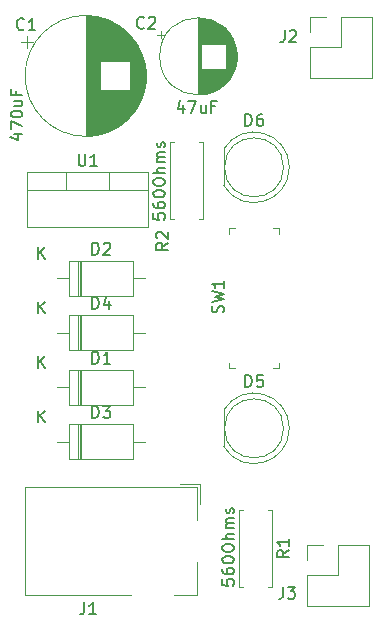
<source format=gto>
%TF.GenerationSoftware,KiCad,Pcbnew,(5.1.7)-1*%
%TF.CreationDate,2020-12-23T17:26:38-03:00*%
%TF.ProjectId,Breadboard Power Supply,42726561-6462-46f6-9172-6420506f7765,-*%
%TF.SameCoordinates,Original*%
%TF.FileFunction,Legend,Top*%
%TF.FilePolarity,Positive*%
%FSLAX46Y46*%
G04 Gerber Fmt 4.6, Leading zero omitted, Abs format (unit mm)*
G04 Created by KiCad (PCBNEW (5.1.7)-1) date 2020-12-23 17:26:38*
%MOMM*%
%LPD*%
G01*
G04 APERTURE LIST*
%ADD10C,0.150000*%
%ADD11C,0.120000*%
%ADD12C,0.100000*%
G04 APERTURE END LIST*
D10*
X128119333Y-71286714D02*
X128119333Y-71953380D01*
X127881238Y-70905761D02*
X127643142Y-71620047D01*
X128262190Y-71620047D01*
X128547904Y-70953380D02*
X129214571Y-70953380D01*
X128786000Y-71953380D01*
X130024095Y-71286714D02*
X130024095Y-71953380D01*
X129595523Y-71286714D02*
X129595523Y-71810523D01*
X129643142Y-71905761D01*
X129738380Y-71953380D01*
X129881238Y-71953380D01*
X129976476Y-71905761D01*
X130024095Y-71858142D01*
X130833619Y-71429571D02*
X130500285Y-71429571D01*
X130500285Y-71953380D02*
X130500285Y-70953380D01*
X130976476Y-70953380D01*
X131405380Y-111473904D02*
X131405380Y-111950095D01*
X131881571Y-111997714D01*
X131833952Y-111950095D01*
X131786333Y-111854857D01*
X131786333Y-111616761D01*
X131833952Y-111521523D01*
X131881571Y-111473904D01*
X131976809Y-111426285D01*
X132214904Y-111426285D01*
X132310142Y-111473904D01*
X132357761Y-111521523D01*
X132405380Y-111616761D01*
X132405380Y-111854857D01*
X132357761Y-111950095D01*
X132310142Y-111997714D01*
X131405380Y-110569142D02*
X131405380Y-110759619D01*
X131453000Y-110854857D01*
X131500619Y-110902476D01*
X131643476Y-110997714D01*
X131833952Y-111045333D01*
X132214904Y-111045333D01*
X132310142Y-110997714D01*
X132357761Y-110950095D01*
X132405380Y-110854857D01*
X132405380Y-110664380D01*
X132357761Y-110569142D01*
X132310142Y-110521523D01*
X132214904Y-110473904D01*
X131976809Y-110473904D01*
X131881571Y-110521523D01*
X131833952Y-110569142D01*
X131786333Y-110664380D01*
X131786333Y-110854857D01*
X131833952Y-110950095D01*
X131881571Y-110997714D01*
X131976809Y-111045333D01*
X131405380Y-109854857D02*
X131405380Y-109759619D01*
X131453000Y-109664380D01*
X131500619Y-109616761D01*
X131595857Y-109569142D01*
X131786333Y-109521523D01*
X132024428Y-109521523D01*
X132214904Y-109569142D01*
X132310142Y-109616761D01*
X132357761Y-109664380D01*
X132405380Y-109759619D01*
X132405380Y-109854857D01*
X132357761Y-109950095D01*
X132310142Y-109997714D01*
X132214904Y-110045333D01*
X132024428Y-110092952D01*
X131786333Y-110092952D01*
X131595857Y-110045333D01*
X131500619Y-109997714D01*
X131453000Y-109950095D01*
X131405380Y-109854857D01*
X131405380Y-108902476D02*
X131405380Y-108712000D01*
X131453000Y-108616761D01*
X131548238Y-108521523D01*
X131738714Y-108473904D01*
X132072047Y-108473904D01*
X132262523Y-108521523D01*
X132357761Y-108616761D01*
X132405380Y-108712000D01*
X132405380Y-108902476D01*
X132357761Y-108997714D01*
X132262523Y-109092952D01*
X132072047Y-109140571D01*
X131738714Y-109140571D01*
X131548238Y-109092952D01*
X131453000Y-108997714D01*
X131405380Y-108902476D01*
X132405380Y-108045333D02*
X131405380Y-108045333D01*
X132405380Y-107616761D02*
X131881571Y-107616761D01*
X131786333Y-107664380D01*
X131738714Y-107759619D01*
X131738714Y-107902476D01*
X131786333Y-107997714D01*
X131833952Y-108045333D01*
X132405380Y-107140571D02*
X131738714Y-107140571D01*
X131833952Y-107140571D02*
X131786333Y-107092952D01*
X131738714Y-106997714D01*
X131738714Y-106854857D01*
X131786333Y-106759619D01*
X131881571Y-106712000D01*
X132405380Y-106712000D01*
X131881571Y-106712000D02*
X131786333Y-106664380D01*
X131738714Y-106569142D01*
X131738714Y-106426285D01*
X131786333Y-106331047D01*
X131881571Y-106283428D01*
X132405380Y-106283428D01*
X132357761Y-105854857D02*
X132405380Y-105759619D01*
X132405380Y-105569142D01*
X132357761Y-105473904D01*
X132262523Y-105426285D01*
X132214904Y-105426285D01*
X132119666Y-105473904D01*
X132072047Y-105569142D01*
X132072047Y-105712000D01*
X132024428Y-105807238D01*
X131929190Y-105854857D01*
X131881571Y-105854857D01*
X131786333Y-105807238D01*
X131738714Y-105712000D01*
X131738714Y-105569142D01*
X131786333Y-105473904D01*
X125563380Y-80485904D02*
X125563380Y-80962095D01*
X126039571Y-81009714D01*
X125991952Y-80962095D01*
X125944333Y-80866857D01*
X125944333Y-80628761D01*
X125991952Y-80533523D01*
X126039571Y-80485904D01*
X126134809Y-80438285D01*
X126372904Y-80438285D01*
X126468142Y-80485904D01*
X126515761Y-80533523D01*
X126563380Y-80628761D01*
X126563380Y-80866857D01*
X126515761Y-80962095D01*
X126468142Y-81009714D01*
X125563380Y-79581142D02*
X125563380Y-79771619D01*
X125611000Y-79866857D01*
X125658619Y-79914476D01*
X125801476Y-80009714D01*
X125991952Y-80057333D01*
X126372904Y-80057333D01*
X126468142Y-80009714D01*
X126515761Y-79962095D01*
X126563380Y-79866857D01*
X126563380Y-79676380D01*
X126515761Y-79581142D01*
X126468142Y-79533523D01*
X126372904Y-79485904D01*
X126134809Y-79485904D01*
X126039571Y-79533523D01*
X125991952Y-79581142D01*
X125944333Y-79676380D01*
X125944333Y-79866857D01*
X125991952Y-79962095D01*
X126039571Y-80009714D01*
X126134809Y-80057333D01*
X125563380Y-78866857D02*
X125563380Y-78771619D01*
X125611000Y-78676380D01*
X125658619Y-78628761D01*
X125753857Y-78581142D01*
X125944333Y-78533523D01*
X126182428Y-78533523D01*
X126372904Y-78581142D01*
X126468142Y-78628761D01*
X126515761Y-78676380D01*
X126563380Y-78771619D01*
X126563380Y-78866857D01*
X126515761Y-78962095D01*
X126468142Y-79009714D01*
X126372904Y-79057333D01*
X126182428Y-79104952D01*
X125944333Y-79104952D01*
X125753857Y-79057333D01*
X125658619Y-79009714D01*
X125611000Y-78962095D01*
X125563380Y-78866857D01*
X125563380Y-77914476D02*
X125563380Y-77724000D01*
X125611000Y-77628761D01*
X125706238Y-77533523D01*
X125896714Y-77485904D01*
X126230047Y-77485904D01*
X126420523Y-77533523D01*
X126515761Y-77628761D01*
X126563380Y-77724000D01*
X126563380Y-77914476D01*
X126515761Y-78009714D01*
X126420523Y-78104952D01*
X126230047Y-78152571D01*
X125896714Y-78152571D01*
X125706238Y-78104952D01*
X125611000Y-78009714D01*
X125563380Y-77914476D01*
X126563380Y-77057333D02*
X125563380Y-77057333D01*
X126563380Y-76628761D02*
X126039571Y-76628761D01*
X125944333Y-76676380D01*
X125896714Y-76771619D01*
X125896714Y-76914476D01*
X125944333Y-77009714D01*
X125991952Y-77057333D01*
X126563380Y-76152571D02*
X125896714Y-76152571D01*
X125991952Y-76152571D02*
X125944333Y-76104952D01*
X125896714Y-76009714D01*
X125896714Y-75866857D01*
X125944333Y-75771619D01*
X126039571Y-75724000D01*
X126563380Y-75724000D01*
X126039571Y-75724000D02*
X125944333Y-75676380D01*
X125896714Y-75581142D01*
X125896714Y-75438285D01*
X125944333Y-75343047D01*
X126039571Y-75295428D01*
X126563380Y-75295428D01*
X126515761Y-74866857D02*
X126563380Y-74771619D01*
X126563380Y-74581142D01*
X126515761Y-74485904D01*
X126420523Y-74438285D01*
X126372904Y-74438285D01*
X126277666Y-74485904D01*
X126230047Y-74581142D01*
X126230047Y-74724000D01*
X126182428Y-74819238D01*
X126087190Y-74866857D01*
X126039571Y-74866857D01*
X125944333Y-74819238D01*
X125896714Y-74724000D01*
X125896714Y-74581142D01*
X125944333Y-74485904D01*
X113831714Y-73778857D02*
X114498380Y-73778857D01*
X113450761Y-74016952D02*
X114165047Y-74255047D01*
X114165047Y-73636000D01*
X113498380Y-73350285D02*
X113498380Y-72683619D01*
X114498380Y-73112190D01*
X113498380Y-72112190D02*
X113498380Y-72016952D01*
X113546000Y-71921714D01*
X113593619Y-71874095D01*
X113688857Y-71826476D01*
X113879333Y-71778857D01*
X114117428Y-71778857D01*
X114307904Y-71826476D01*
X114403142Y-71874095D01*
X114450761Y-71921714D01*
X114498380Y-72016952D01*
X114498380Y-72112190D01*
X114450761Y-72207428D01*
X114403142Y-72255047D01*
X114307904Y-72302666D01*
X114117428Y-72350285D01*
X113879333Y-72350285D01*
X113688857Y-72302666D01*
X113593619Y-72255047D01*
X113546000Y-72207428D01*
X113498380Y-72112190D01*
X113831714Y-70921714D02*
X114498380Y-70921714D01*
X113831714Y-71350285D02*
X114355523Y-71350285D01*
X114450761Y-71302666D01*
X114498380Y-71207428D01*
X114498380Y-71064571D01*
X114450761Y-70969333D01*
X114403142Y-70921714D01*
X113974571Y-70112190D02*
X113974571Y-70445523D01*
X114498380Y-70445523D02*
X113498380Y-70445523D01*
X113498380Y-69969333D01*
D11*
%TO.C,C1*%
X114868354Y-65459000D02*
X114868354Y-66459000D01*
X114368354Y-65959000D02*
X115368354Y-65959000D01*
X124929000Y-68235000D02*
X124929000Y-69433000D01*
X124889000Y-67972000D02*
X124889000Y-69696000D01*
X124849000Y-67772000D02*
X124849000Y-69896000D01*
X124809000Y-67604000D02*
X124809000Y-70064000D01*
X124769000Y-67456000D02*
X124769000Y-70212000D01*
X124729000Y-67324000D02*
X124729000Y-70344000D01*
X124689000Y-67204000D02*
X124689000Y-70464000D01*
X124649000Y-67092000D02*
X124649000Y-70576000D01*
X124609000Y-66988000D02*
X124609000Y-70680000D01*
X124569000Y-66890000D02*
X124569000Y-70778000D01*
X124529000Y-66797000D02*
X124529000Y-70871000D01*
X124489000Y-66709000D02*
X124489000Y-70959000D01*
X124449000Y-66625000D02*
X124449000Y-71043000D01*
X124409000Y-66545000D02*
X124409000Y-71123000D01*
X124369000Y-66469000D02*
X124369000Y-71199000D01*
X124329000Y-66395000D02*
X124329000Y-71273000D01*
X124289000Y-66324000D02*
X124289000Y-71344000D01*
X124249000Y-66255000D02*
X124249000Y-71413000D01*
X124209000Y-66189000D02*
X124209000Y-71479000D01*
X124169000Y-66125000D02*
X124169000Y-71543000D01*
X124129000Y-66064000D02*
X124129000Y-71604000D01*
X124089000Y-66004000D02*
X124089000Y-71664000D01*
X124049000Y-65945000D02*
X124049000Y-71723000D01*
X124009000Y-65889000D02*
X124009000Y-71779000D01*
X123969000Y-65834000D02*
X123969000Y-71834000D01*
X123929000Y-65780000D02*
X123929000Y-71888000D01*
X123889000Y-65728000D02*
X123889000Y-71940000D01*
X123849000Y-65678000D02*
X123849000Y-71990000D01*
X123809000Y-65628000D02*
X123809000Y-72040000D01*
X123769000Y-65580000D02*
X123769000Y-72088000D01*
X123729000Y-65533000D02*
X123729000Y-72135000D01*
X123689000Y-65487000D02*
X123689000Y-72181000D01*
X123649000Y-65442000D02*
X123649000Y-72226000D01*
X123609000Y-65398000D02*
X123609000Y-72270000D01*
X123569000Y-70075000D02*
X123569000Y-72312000D01*
X123569000Y-65356000D02*
X123569000Y-67593000D01*
X123529000Y-70075000D02*
X123529000Y-72354000D01*
X123529000Y-65314000D02*
X123529000Y-67593000D01*
X123489000Y-70075000D02*
X123489000Y-72395000D01*
X123489000Y-65273000D02*
X123489000Y-67593000D01*
X123449000Y-70075000D02*
X123449000Y-72435000D01*
X123449000Y-65233000D02*
X123449000Y-67593000D01*
X123409000Y-70075000D02*
X123409000Y-72474000D01*
X123409000Y-65194000D02*
X123409000Y-67593000D01*
X123369000Y-70075000D02*
X123369000Y-72513000D01*
X123369000Y-65155000D02*
X123369000Y-67593000D01*
X123329000Y-70075000D02*
X123329000Y-72550000D01*
X123329000Y-65118000D02*
X123329000Y-67593000D01*
X123289000Y-70075000D02*
X123289000Y-72587000D01*
X123289000Y-65081000D02*
X123289000Y-67593000D01*
X123249000Y-70075000D02*
X123249000Y-72623000D01*
X123249000Y-65045000D02*
X123249000Y-67593000D01*
X123209000Y-70075000D02*
X123209000Y-72658000D01*
X123209000Y-65010000D02*
X123209000Y-67593000D01*
X123169000Y-70075000D02*
X123169000Y-72692000D01*
X123169000Y-64976000D02*
X123169000Y-67593000D01*
X123129000Y-70075000D02*
X123129000Y-72726000D01*
X123129000Y-64942000D02*
X123129000Y-67593000D01*
X123089000Y-70075000D02*
X123089000Y-72759000D01*
X123089000Y-64909000D02*
X123089000Y-67593000D01*
X123049000Y-70075000D02*
X123049000Y-72791000D01*
X123049000Y-64877000D02*
X123049000Y-67593000D01*
X123009000Y-70075000D02*
X123009000Y-72823000D01*
X123009000Y-64845000D02*
X123009000Y-67593000D01*
X122969000Y-70075000D02*
X122969000Y-72854000D01*
X122969000Y-64814000D02*
X122969000Y-67593000D01*
X122929000Y-70075000D02*
X122929000Y-72884000D01*
X122929000Y-64784000D02*
X122929000Y-67593000D01*
X122889000Y-70075000D02*
X122889000Y-72914000D01*
X122889000Y-64754000D02*
X122889000Y-67593000D01*
X122849000Y-70075000D02*
X122849000Y-72944000D01*
X122849000Y-64724000D02*
X122849000Y-67593000D01*
X122809000Y-70075000D02*
X122809000Y-72972000D01*
X122809000Y-64696000D02*
X122809000Y-67593000D01*
X122769000Y-70075000D02*
X122769000Y-73000000D01*
X122769000Y-64668000D02*
X122769000Y-67593000D01*
X122729000Y-70075000D02*
X122729000Y-73028000D01*
X122729000Y-64640000D02*
X122729000Y-67593000D01*
X122689000Y-70075000D02*
X122689000Y-73055000D01*
X122689000Y-64613000D02*
X122689000Y-67593000D01*
X122649000Y-70075000D02*
X122649000Y-73081000D01*
X122649000Y-64587000D02*
X122649000Y-67593000D01*
X122609000Y-70075000D02*
X122609000Y-73107000D01*
X122609000Y-64561000D02*
X122609000Y-67593000D01*
X122569000Y-70075000D02*
X122569000Y-73132000D01*
X122569000Y-64536000D02*
X122569000Y-67593000D01*
X122529000Y-70075000D02*
X122529000Y-73157000D01*
X122529000Y-64511000D02*
X122529000Y-67593000D01*
X122489000Y-70075000D02*
X122489000Y-73181000D01*
X122489000Y-64487000D02*
X122489000Y-67593000D01*
X122449000Y-70075000D02*
X122449000Y-73205000D01*
X122449000Y-64463000D02*
X122449000Y-67593000D01*
X122409000Y-70075000D02*
X122409000Y-73229000D01*
X122409000Y-64439000D02*
X122409000Y-67593000D01*
X122369000Y-70075000D02*
X122369000Y-73251000D01*
X122369000Y-64417000D02*
X122369000Y-67593000D01*
X122329000Y-70075000D02*
X122329000Y-73274000D01*
X122329000Y-64394000D02*
X122329000Y-67593000D01*
X122289000Y-70075000D02*
X122289000Y-73296000D01*
X122289000Y-64372000D02*
X122289000Y-67593000D01*
X122249000Y-70075000D02*
X122249000Y-73317000D01*
X122249000Y-64351000D02*
X122249000Y-67593000D01*
X122209000Y-70075000D02*
X122209000Y-73338000D01*
X122209000Y-64330000D02*
X122209000Y-67593000D01*
X122169000Y-70075000D02*
X122169000Y-73359000D01*
X122169000Y-64309000D02*
X122169000Y-67593000D01*
X122129000Y-70075000D02*
X122129000Y-73379000D01*
X122129000Y-64289000D02*
X122129000Y-67593000D01*
X122089000Y-70075000D02*
X122089000Y-73398000D01*
X122089000Y-64270000D02*
X122089000Y-67593000D01*
X122049000Y-70075000D02*
X122049000Y-73418000D01*
X122049000Y-64250000D02*
X122049000Y-67593000D01*
X122009000Y-70075000D02*
X122009000Y-73437000D01*
X122009000Y-64231000D02*
X122009000Y-67593000D01*
X121969000Y-70075000D02*
X121969000Y-73455000D01*
X121969000Y-64213000D02*
X121969000Y-67593000D01*
X121929000Y-70075000D02*
X121929000Y-73473000D01*
X121929000Y-64195000D02*
X121929000Y-67593000D01*
X121889000Y-70075000D02*
X121889000Y-73491000D01*
X121889000Y-64177000D02*
X121889000Y-67593000D01*
X121849000Y-70075000D02*
X121849000Y-73508000D01*
X121849000Y-64160000D02*
X121849000Y-67593000D01*
X121809000Y-70075000D02*
X121809000Y-73524000D01*
X121809000Y-64144000D02*
X121809000Y-67593000D01*
X121769000Y-70075000D02*
X121769000Y-73541000D01*
X121769000Y-64127000D02*
X121769000Y-67593000D01*
X121729000Y-70075000D02*
X121729000Y-73557000D01*
X121729000Y-64111000D02*
X121729000Y-67593000D01*
X121689000Y-70075000D02*
X121689000Y-73572000D01*
X121689000Y-64096000D02*
X121689000Y-67593000D01*
X121649000Y-70075000D02*
X121649000Y-73588000D01*
X121649000Y-64080000D02*
X121649000Y-67593000D01*
X121609000Y-70075000D02*
X121609000Y-73602000D01*
X121609000Y-64066000D02*
X121609000Y-67593000D01*
X121569000Y-70075000D02*
X121569000Y-73617000D01*
X121569000Y-64051000D02*
X121569000Y-67593000D01*
X121529000Y-70075000D02*
X121529000Y-73631000D01*
X121529000Y-64037000D02*
X121529000Y-67593000D01*
X121489000Y-70075000D02*
X121489000Y-73645000D01*
X121489000Y-64023000D02*
X121489000Y-67593000D01*
X121449000Y-70075000D02*
X121449000Y-73658000D01*
X121449000Y-64010000D02*
X121449000Y-67593000D01*
X121409000Y-70075000D02*
X121409000Y-73671000D01*
X121409000Y-63997000D02*
X121409000Y-67593000D01*
X121369000Y-70075000D02*
X121369000Y-73684000D01*
X121369000Y-63984000D02*
X121369000Y-67593000D01*
X121329000Y-70075000D02*
X121329000Y-73696000D01*
X121329000Y-63972000D02*
X121329000Y-67593000D01*
X121289000Y-70075000D02*
X121289000Y-73708000D01*
X121289000Y-63960000D02*
X121289000Y-67593000D01*
X121249000Y-70075000D02*
X121249000Y-73719000D01*
X121249000Y-63949000D02*
X121249000Y-67593000D01*
X121209000Y-70075000D02*
X121209000Y-73731000D01*
X121209000Y-63937000D02*
X121209000Y-67593000D01*
X121169000Y-70075000D02*
X121169000Y-73741000D01*
X121169000Y-63927000D02*
X121169000Y-67593000D01*
X121129000Y-70075000D02*
X121129000Y-73752000D01*
X121129000Y-63916000D02*
X121129000Y-67593000D01*
X121089000Y-63906000D02*
X121089000Y-73762000D01*
X121049000Y-63896000D02*
X121049000Y-73772000D01*
X121009000Y-63887000D02*
X121009000Y-73781000D01*
X120969000Y-63878000D02*
X120969000Y-73790000D01*
X120929000Y-63869000D02*
X120929000Y-73799000D01*
X120889000Y-63860000D02*
X120889000Y-73808000D01*
X120849000Y-63852000D02*
X120849000Y-73816000D01*
X120809000Y-63844000D02*
X120809000Y-73824000D01*
X120769000Y-63837000D02*
X120769000Y-73831000D01*
X120729000Y-63830000D02*
X120729000Y-73838000D01*
X120689000Y-63823000D02*
X120689000Y-73845000D01*
X120649000Y-63816000D02*
X120649000Y-73852000D01*
X120609000Y-63810000D02*
X120609000Y-73858000D01*
X120569000Y-63804000D02*
X120569000Y-73864000D01*
X120528000Y-63799000D02*
X120528000Y-73869000D01*
X120488000Y-63794000D02*
X120488000Y-73874000D01*
X120448000Y-63789000D02*
X120448000Y-73879000D01*
X120408000Y-63784000D02*
X120408000Y-73884000D01*
X120368000Y-63780000D02*
X120368000Y-73888000D01*
X120328000Y-63776000D02*
X120328000Y-73892000D01*
X120288000Y-63772000D02*
X120288000Y-73896000D01*
X120248000Y-63769000D02*
X120248000Y-73899000D01*
X120208000Y-63766000D02*
X120208000Y-73902000D01*
X120168000Y-63764000D02*
X120168000Y-73904000D01*
X120128000Y-63761000D02*
X120128000Y-73907000D01*
X120088000Y-63759000D02*
X120088000Y-73909000D01*
X120048000Y-63757000D02*
X120048000Y-73911000D01*
X120008000Y-63756000D02*
X120008000Y-73912000D01*
X119968000Y-63755000D02*
X119968000Y-73913000D01*
X119928000Y-63754000D02*
X119928000Y-73914000D01*
X119888000Y-63754000D02*
X119888000Y-73914000D01*
X119848000Y-63754000D02*
X119848000Y-73914000D01*
X124968000Y-68834000D02*
G75*
G03*
X124968000Y-68834000I-5120000J0D01*
G01*
%TO.C,C2*%
X126207759Y-65029000D02*
X126207759Y-65659000D01*
X125892759Y-65344000D02*
X126522759Y-65344000D01*
X132634000Y-66781000D02*
X132634000Y-67585000D01*
X132594000Y-66550000D02*
X132594000Y-67816000D01*
X132554000Y-66381000D02*
X132554000Y-67985000D01*
X132514000Y-66243000D02*
X132514000Y-68123000D01*
X132474000Y-66124000D02*
X132474000Y-68242000D01*
X132434000Y-66018000D02*
X132434000Y-68348000D01*
X132394000Y-65921000D02*
X132394000Y-68445000D01*
X132354000Y-65833000D02*
X132354000Y-68533000D01*
X132314000Y-65751000D02*
X132314000Y-68615000D01*
X132274000Y-65674000D02*
X132274000Y-68692000D01*
X132234000Y-65602000D02*
X132234000Y-68764000D01*
X132194000Y-65533000D02*
X132194000Y-68833000D01*
X132154000Y-65469000D02*
X132154000Y-68897000D01*
X132114000Y-65407000D02*
X132114000Y-68959000D01*
X132074000Y-65349000D02*
X132074000Y-69017000D01*
X132034000Y-65293000D02*
X132034000Y-69073000D01*
X131994000Y-65239000D02*
X131994000Y-69127000D01*
X131954000Y-65188000D02*
X131954000Y-69178000D01*
X131914000Y-65139000D02*
X131914000Y-69227000D01*
X131874000Y-65091000D02*
X131874000Y-69275000D01*
X131834000Y-65046000D02*
X131834000Y-69320000D01*
X131794000Y-65001000D02*
X131794000Y-69365000D01*
X131754000Y-64959000D02*
X131754000Y-69407000D01*
X131714000Y-64918000D02*
X131714000Y-69448000D01*
X131674000Y-68223000D02*
X131674000Y-69488000D01*
X131674000Y-64878000D02*
X131674000Y-66143000D01*
X131634000Y-68223000D02*
X131634000Y-69526000D01*
X131634000Y-64840000D02*
X131634000Y-66143000D01*
X131594000Y-68223000D02*
X131594000Y-69563000D01*
X131594000Y-64803000D02*
X131594000Y-66143000D01*
X131554000Y-68223000D02*
X131554000Y-69599000D01*
X131554000Y-64767000D02*
X131554000Y-66143000D01*
X131514000Y-68223000D02*
X131514000Y-69633000D01*
X131514000Y-64733000D02*
X131514000Y-66143000D01*
X131474000Y-68223000D02*
X131474000Y-69667000D01*
X131474000Y-64699000D02*
X131474000Y-66143000D01*
X131434000Y-68223000D02*
X131434000Y-69699000D01*
X131434000Y-64667000D02*
X131434000Y-66143000D01*
X131394000Y-68223000D02*
X131394000Y-69731000D01*
X131394000Y-64635000D02*
X131394000Y-66143000D01*
X131354000Y-68223000D02*
X131354000Y-69761000D01*
X131354000Y-64605000D02*
X131354000Y-66143000D01*
X131314000Y-68223000D02*
X131314000Y-69790000D01*
X131314000Y-64576000D02*
X131314000Y-66143000D01*
X131274000Y-68223000D02*
X131274000Y-69819000D01*
X131274000Y-64547000D02*
X131274000Y-66143000D01*
X131234000Y-68223000D02*
X131234000Y-69847000D01*
X131234000Y-64519000D02*
X131234000Y-66143000D01*
X131194000Y-68223000D02*
X131194000Y-69873000D01*
X131194000Y-64493000D02*
X131194000Y-66143000D01*
X131154000Y-68223000D02*
X131154000Y-69899000D01*
X131154000Y-64467000D02*
X131154000Y-66143000D01*
X131114000Y-68223000D02*
X131114000Y-69925000D01*
X131114000Y-64441000D02*
X131114000Y-66143000D01*
X131074000Y-68223000D02*
X131074000Y-69949000D01*
X131074000Y-64417000D02*
X131074000Y-66143000D01*
X131034000Y-68223000D02*
X131034000Y-69973000D01*
X131034000Y-64393000D02*
X131034000Y-66143000D01*
X130994000Y-68223000D02*
X130994000Y-69995000D01*
X130994000Y-64371000D02*
X130994000Y-66143000D01*
X130954000Y-68223000D02*
X130954000Y-70017000D01*
X130954000Y-64349000D02*
X130954000Y-66143000D01*
X130914000Y-68223000D02*
X130914000Y-70039000D01*
X130914000Y-64327000D02*
X130914000Y-66143000D01*
X130874000Y-68223000D02*
X130874000Y-70059000D01*
X130874000Y-64307000D02*
X130874000Y-66143000D01*
X130834000Y-68223000D02*
X130834000Y-70079000D01*
X130834000Y-64287000D02*
X130834000Y-66143000D01*
X130794000Y-68223000D02*
X130794000Y-70099000D01*
X130794000Y-64267000D02*
X130794000Y-66143000D01*
X130754000Y-68223000D02*
X130754000Y-70117000D01*
X130754000Y-64249000D02*
X130754000Y-66143000D01*
X130714000Y-68223000D02*
X130714000Y-70135000D01*
X130714000Y-64231000D02*
X130714000Y-66143000D01*
X130674000Y-68223000D02*
X130674000Y-70153000D01*
X130674000Y-64213000D02*
X130674000Y-66143000D01*
X130634000Y-68223000D02*
X130634000Y-70169000D01*
X130634000Y-64197000D02*
X130634000Y-66143000D01*
X130594000Y-68223000D02*
X130594000Y-70185000D01*
X130594000Y-64181000D02*
X130594000Y-66143000D01*
X130554000Y-68223000D02*
X130554000Y-70201000D01*
X130554000Y-64165000D02*
X130554000Y-66143000D01*
X130514000Y-68223000D02*
X130514000Y-70216000D01*
X130514000Y-64150000D02*
X130514000Y-66143000D01*
X130474000Y-68223000D02*
X130474000Y-70230000D01*
X130474000Y-64136000D02*
X130474000Y-66143000D01*
X130434000Y-68223000D02*
X130434000Y-70244000D01*
X130434000Y-64122000D02*
X130434000Y-66143000D01*
X130394000Y-68223000D02*
X130394000Y-70257000D01*
X130394000Y-64109000D02*
X130394000Y-66143000D01*
X130354000Y-68223000D02*
X130354000Y-70269000D01*
X130354000Y-64097000D02*
X130354000Y-66143000D01*
X130314000Y-68223000D02*
X130314000Y-70281000D01*
X130314000Y-64085000D02*
X130314000Y-66143000D01*
X130274000Y-68223000D02*
X130274000Y-70293000D01*
X130274000Y-64073000D02*
X130274000Y-66143000D01*
X130234000Y-68223000D02*
X130234000Y-70304000D01*
X130234000Y-64062000D02*
X130234000Y-66143000D01*
X130194000Y-68223000D02*
X130194000Y-70314000D01*
X130194000Y-64052000D02*
X130194000Y-66143000D01*
X130154000Y-68223000D02*
X130154000Y-70324000D01*
X130154000Y-64042000D02*
X130154000Y-66143000D01*
X130114000Y-68223000D02*
X130114000Y-70333000D01*
X130114000Y-64033000D02*
X130114000Y-66143000D01*
X130073000Y-68223000D02*
X130073000Y-70342000D01*
X130073000Y-64024000D02*
X130073000Y-66143000D01*
X130033000Y-68223000D02*
X130033000Y-70350000D01*
X130033000Y-64016000D02*
X130033000Y-66143000D01*
X129993000Y-68223000D02*
X129993000Y-70358000D01*
X129993000Y-64008000D02*
X129993000Y-66143000D01*
X129953000Y-68223000D02*
X129953000Y-70365000D01*
X129953000Y-64001000D02*
X129953000Y-66143000D01*
X129913000Y-68223000D02*
X129913000Y-70372000D01*
X129913000Y-63994000D02*
X129913000Y-66143000D01*
X129873000Y-68223000D02*
X129873000Y-70378000D01*
X129873000Y-63988000D02*
X129873000Y-66143000D01*
X129833000Y-68223000D02*
X129833000Y-70384000D01*
X129833000Y-63982000D02*
X129833000Y-66143000D01*
X129793000Y-68223000D02*
X129793000Y-70389000D01*
X129793000Y-63977000D02*
X129793000Y-66143000D01*
X129753000Y-68223000D02*
X129753000Y-70394000D01*
X129753000Y-63972000D02*
X129753000Y-66143000D01*
X129713000Y-68223000D02*
X129713000Y-70398000D01*
X129713000Y-63968000D02*
X129713000Y-66143000D01*
X129673000Y-68223000D02*
X129673000Y-70401000D01*
X129673000Y-63965000D02*
X129673000Y-66143000D01*
X129633000Y-68223000D02*
X129633000Y-70405000D01*
X129633000Y-63961000D02*
X129633000Y-66143000D01*
X129593000Y-63959000D02*
X129593000Y-70407000D01*
X129553000Y-63956000D02*
X129553000Y-70410000D01*
X129513000Y-63955000D02*
X129513000Y-70411000D01*
X129473000Y-63953000D02*
X129473000Y-70413000D01*
X129433000Y-63953000D02*
X129433000Y-70413000D01*
X129393000Y-63953000D02*
X129393000Y-70413000D01*
X132663000Y-67183000D02*
G75*
G03*
X132663000Y-67183000I-3270000J0D01*
G01*
%TO.C,D1*%
X118438000Y-93737666D02*
X118438000Y-96677666D01*
X118438000Y-96677666D02*
X123878000Y-96677666D01*
X123878000Y-96677666D02*
X123878000Y-93737666D01*
X123878000Y-93737666D02*
X118438000Y-93737666D01*
X117418000Y-95207666D02*
X118438000Y-95207666D01*
X124898000Y-95207666D02*
X123878000Y-95207666D01*
X119338000Y-93737666D02*
X119338000Y-96677666D01*
X119458000Y-93737666D02*
X119458000Y-96677666D01*
X119218000Y-93737666D02*
X119218000Y-96677666D01*
%TO.C,D2*%
X118438000Y-84509000D02*
X118438000Y-87449000D01*
X118438000Y-87449000D02*
X123878000Y-87449000D01*
X123878000Y-87449000D02*
X123878000Y-84509000D01*
X123878000Y-84509000D02*
X118438000Y-84509000D01*
X117418000Y-85979000D02*
X118438000Y-85979000D01*
X124898000Y-85979000D02*
X123878000Y-85979000D01*
X119338000Y-84509000D02*
X119338000Y-87449000D01*
X119458000Y-84509000D02*
X119458000Y-87449000D01*
X119218000Y-84509000D02*
X119218000Y-87449000D01*
%TO.C,D3*%
X119218000Y-98352000D02*
X119218000Y-101292000D01*
X119458000Y-98352000D02*
X119458000Y-101292000D01*
X119338000Y-98352000D02*
X119338000Y-101292000D01*
X124898000Y-99822000D02*
X123878000Y-99822000D01*
X117418000Y-99822000D02*
X118438000Y-99822000D01*
X123878000Y-98352000D02*
X118438000Y-98352000D01*
X123878000Y-101292000D02*
X123878000Y-98352000D01*
X118438000Y-101292000D02*
X123878000Y-101292000D01*
X118438000Y-98352000D02*
X118438000Y-101292000D01*
%TO.C,D4*%
X119218000Y-89123333D02*
X119218000Y-92063333D01*
X119458000Y-89123333D02*
X119458000Y-92063333D01*
X119338000Y-89123333D02*
X119338000Y-92063333D01*
X124898000Y-90593333D02*
X123878000Y-90593333D01*
X117418000Y-90593333D02*
X118438000Y-90593333D01*
X123878000Y-89123333D02*
X118438000Y-89123333D01*
X123878000Y-92063333D02*
X123878000Y-89123333D01*
X118438000Y-92063333D02*
X123878000Y-92063333D01*
X118438000Y-89123333D02*
X118438000Y-92063333D01*
%TO.C,D5*%
X131552000Y-97134000D02*
X131552000Y-100224000D01*
X136612000Y-98679000D02*
G75*
G03*
X136612000Y-98679000I-2500000J0D01*
G01*
X137102000Y-98679462D02*
G75*
G03*
X131552000Y-97134170I-2990000J462D01*
G01*
X137102000Y-98678538D02*
G75*
G02*
X131552000Y-100223830I-2990000J-462D01*
G01*
%TO.C,D6*%
X137102000Y-76580538D02*
G75*
G02*
X131552000Y-78125830I-2990000J-462D01*
G01*
X137102000Y-76581462D02*
G75*
G03*
X131552000Y-75036170I-2990000J462D01*
G01*
X136612000Y-76581000D02*
G75*
G03*
X136612000Y-76581000I-2500000J0D01*
G01*
X131552000Y-75036000D02*
X131552000Y-78126000D01*
%TO.C,J1*%
X129564000Y-103364000D02*
X129564000Y-105104000D01*
X127824000Y-103364000D02*
X129564000Y-103364000D01*
X129324000Y-112804000D02*
X127324000Y-112804000D01*
X129324000Y-110004000D02*
X129324000Y-112804000D01*
X129324000Y-103604000D02*
X129324000Y-106404000D01*
X114724000Y-103604000D02*
X129324000Y-103604000D01*
X114724000Y-112804000D02*
X114724000Y-103604000D01*
X123724000Y-112804000D02*
X114724000Y-112804000D01*
%TO.C,J2*%
X138878000Y-63821000D02*
X140208000Y-63821000D01*
X138878000Y-65151000D02*
X138878000Y-63821000D01*
X141478000Y-63821000D02*
X144078000Y-63821000D01*
X141478000Y-66421000D02*
X141478000Y-63821000D01*
X138878000Y-66421000D02*
X141478000Y-66421000D01*
X144078000Y-63821000D02*
X144078000Y-69021000D01*
X138878000Y-66421000D02*
X138878000Y-69021000D01*
X138878000Y-69021000D02*
X144078000Y-69021000D01*
%TO.C,J3*%
X138624000Y-113725000D02*
X143824000Y-113725000D01*
X138624000Y-111125000D02*
X138624000Y-113725000D01*
X143824000Y-108525000D02*
X143824000Y-113725000D01*
X138624000Y-111125000D02*
X141224000Y-111125000D01*
X141224000Y-111125000D02*
X141224000Y-108525000D01*
X141224000Y-108525000D02*
X143824000Y-108525000D01*
X138624000Y-109855000D02*
X138624000Y-108525000D01*
X138624000Y-108525000D02*
X139954000Y-108525000D01*
%TO.C,R1*%
X132869000Y-112109000D02*
X133199000Y-112109000D01*
X132869000Y-105569000D02*
X132869000Y-112109000D01*
X133199000Y-105569000D02*
X132869000Y-105569000D01*
X135609000Y-112109000D02*
X135279000Y-112109000D01*
X135609000Y-105569000D02*
X135609000Y-112109000D01*
X135279000Y-105569000D02*
X135609000Y-105569000D01*
%TO.C,R2*%
X127357000Y-80994000D02*
X127027000Y-80994000D01*
X127027000Y-80994000D02*
X127027000Y-74454000D01*
X127027000Y-74454000D02*
X127357000Y-74454000D01*
X129437000Y-80994000D02*
X129767000Y-80994000D01*
X129767000Y-80994000D02*
X129767000Y-74454000D01*
X129767000Y-74454000D02*
X129437000Y-74454000D01*
D12*
%TO.C,SW1*%
X132012000Y-81710000D02*
X132012000Y-82210000D01*
X132012000Y-81710000D02*
X132512000Y-81710000D01*
X132012000Y-93610000D02*
X132512000Y-93610000D01*
X132012000Y-93610000D02*
X132012000Y-93110000D01*
X136212000Y-93610000D02*
X135712000Y-93610000D01*
X136212000Y-93610000D02*
X136212000Y-93110000D01*
X136212000Y-81710000D02*
X135712000Y-81710000D01*
X136212000Y-81710000D02*
X136212000Y-82210000D01*
D11*
%TO.C,U1*%
X121866000Y-76994000D02*
X121866000Y-78504000D01*
X118165000Y-76994000D02*
X118165000Y-78504000D01*
X114895000Y-78504000D02*
X125135000Y-78504000D01*
X125135000Y-76994000D02*
X125135000Y-81635000D01*
X114895000Y-76994000D02*
X114895000Y-81635000D01*
X114895000Y-81635000D02*
X125135000Y-81635000D01*
X114895000Y-76994000D02*
X125135000Y-76994000D01*
%TO.C,C1*%
D10*
X114641333Y-64873142D02*
X114593714Y-64920761D01*
X114450857Y-64968380D01*
X114355619Y-64968380D01*
X114212761Y-64920761D01*
X114117523Y-64825523D01*
X114069904Y-64730285D01*
X114022285Y-64539809D01*
X114022285Y-64396952D01*
X114069904Y-64206476D01*
X114117523Y-64111238D01*
X114212761Y-64016000D01*
X114355619Y-63968380D01*
X114450857Y-63968380D01*
X114593714Y-64016000D01*
X114641333Y-64063619D01*
X115593714Y-64968380D02*
X115022285Y-64968380D01*
X115308000Y-64968380D02*
X115308000Y-63968380D01*
X115212761Y-64111238D01*
X115117523Y-64206476D01*
X115022285Y-64254095D01*
%TO.C,C2*%
X124801333Y-64746142D02*
X124753714Y-64793761D01*
X124610857Y-64841380D01*
X124515619Y-64841380D01*
X124372761Y-64793761D01*
X124277523Y-64698523D01*
X124229904Y-64603285D01*
X124182285Y-64412809D01*
X124182285Y-64269952D01*
X124229904Y-64079476D01*
X124277523Y-63984238D01*
X124372761Y-63889000D01*
X124515619Y-63841380D01*
X124610857Y-63841380D01*
X124753714Y-63889000D01*
X124801333Y-63936619D01*
X125182285Y-63936619D02*
X125229904Y-63889000D01*
X125325142Y-63841380D01*
X125563238Y-63841380D01*
X125658476Y-63889000D01*
X125706095Y-63936619D01*
X125753714Y-64031857D01*
X125753714Y-64127095D01*
X125706095Y-64269952D01*
X125134666Y-64841380D01*
X125753714Y-64841380D01*
%TO.C,D1*%
X120419904Y-93190046D02*
X120419904Y-92190046D01*
X120658000Y-92190046D01*
X120800857Y-92237666D01*
X120896095Y-92332904D01*
X120943714Y-92428142D01*
X120991333Y-92618618D01*
X120991333Y-92761475D01*
X120943714Y-92951951D01*
X120896095Y-93047189D01*
X120800857Y-93142427D01*
X120658000Y-93190046D01*
X120419904Y-93190046D01*
X121943714Y-93190046D02*
X121372285Y-93190046D01*
X121658000Y-93190046D02*
X121658000Y-92190046D01*
X121562761Y-92332904D01*
X121467523Y-92428142D01*
X121372285Y-92475761D01*
X115816095Y-93560046D02*
X115816095Y-92560046D01*
X116387523Y-93560046D02*
X115958952Y-92988618D01*
X116387523Y-92560046D02*
X115816095Y-93131475D01*
%TO.C,D2*%
X120419904Y-83961380D02*
X120419904Y-82961380D01*
X120658000Y-82961380D01*
X120800857Y-83009000D01*
X120896095Y-83104238D01*
X120943714Y-83199476D01*
X120991333Y-83389952D01*
X120991333Y-83532809D01*
X120943714Y-83723285D01*
X120896095Y-83818523D01*
X120800857Y-83913761D01*
X120658000Y-83961380D01*
X120419904Y-83961380D01*
X121372285Y-83056619D02*
X121419904Y-83009000D01*
X121515142Y-82961380D01*
X121753238Y-82961380D01*
X121848476Y-83009000D01*
X121896095Y-83056619D01*
X121943714Y-83151857D01*
X121943714Y-83247095D01*
X121896095Y-83389952D01*
X121324666Y-83961380D01*
X121943714Y-83961380D01*
X115816095Y-84331380D02*
X115816095Y-83331380D01*
X116387523Y-84331380D02*
X115958952Y-83759952D01*
X116387523Y-83331380D02*
X115816095Y-83902809D01*
%TO.C,D3*%
X120419904Y-97804380D02*
X120419904Y-96804380D01*
X120658000Y-96804380D01*
X120800857Y-96852000D01*
X120896095Y-96947238D01*
X120943714Y-97042476D01*
X120991333Y-97232952D01*
X120991333Y-97375809D01*
X120943714Y-97566285D01*
X120896095Y-97661523D01*
X120800857Y-97756761D01*
X120658000Y-97804380D01*
X120419904Y-97804380D01*
X121324666Y-96804380D02*
X121943714Y-96804380D01*
X121610380Y-97185333D01*
X121753238Y-97185333D01*
X121848476Y-97232952D01*
X121896095Y-97280571D01*
X121943714Y-97375809D01*
X121943714Y-97613904D01*
X121896095Y-97709142D01*
X121848476Y-97756761D01*
X121753238Y-97804380D01*
X121467523Y-97804380D01*
X121372285Y-97756761D01*
X121324666Y-97709142D01*
X115816095Y-98174380D02*
X115816095Y-97174380D01*
X116387523Y-98174380D02*
X115958952Y-97602952D01*
X116387523Y-97174380D02*
X115816095Y-97745809D01*
%TO.C,D4*%
X120419904Y-88575713D02*
X120419904Y-87575713D01*
X120658000Y-87575713D01*
X120800857Y-87623333D01*
X120896095Y-87718571D01*
X120943714Y-87813809D01*
X120991333Y-88004285D01*
X120991333Y-88147142D01*
X120943714Y-88337618D01*
X120896095Y-88432856D01*
X120800857Y-88528094D01*
X120658000Y-88575713D01*
X120419904Y-88575713D01*
X121848476Y-87909047D02*
X121848476Y-88575713D01*
X121610380Y-87528094D02*
X121372285Y-88242380D01*
X121991333Y-88242380D01*
X115816095Y-88945713D02*
X115816095Y-87945713D01*
X116387523Y-88945713D02*
X115958952Y-88374285D01*
X116387523Y-87945713D02*
X115816095Y-88517142D01*
%TO.C,D5*%
X133373904Y-95171380D02*
X133373904Y-94171380D01*
X133612000Y-94171380D01*
X133754857Y-94219000D01*
X133850095Y-94314238D01*
X133897714Y-94409476D01*
X133945333Y-94599952D01*
X133945333Y-94742809D01*
X133897714Y-94933285D01*
X133850095Y-95028523D01*
X133754857Y-95123761D01*
X133612000Y-95171380D01*
X133373904Y-95171380D01*
X134850095Y-94171380D02*
X134373904Y-94171380D01*
X134326285Y-94647571D01*
X134373904Y-94599952D01*
X134469142Y-94552333D01*
X134707238Y-94552333D01*
X134802476Y-94599952D01*
X134850095Y-94647571D01*
X134897714Y-94742809D01*
X134897714Y-94980904D01*
X134850095Y-95076142D01*
X134802476Y-95123761D01*
X134707238Y-95171380D01*
X134469142Y-95171380D01*
X134373904Y-95123761D01*
X134326285Y-95076142D01*
%TO.C,D6*%
X133373904Y-73073380D02*
X133373904Y-72073380D01*
X133612000Y-72073380D01*
X133754857Y-72121000D01*
X133850095Y-72216238D01*
X133897714Y-72311476D01*
X133945333Y-72501952D01*
X133945333Y-72644809D01*
X133897714Y-72835285D01*
X133850095Y-72930523D01*
X133754857Y-73025761D01*
X133612000Y-73073380D01*
X133373904Y-73073380D01*
X134802476Y-72073380D02*
X134612000Y-72073380D01*
X134516761Y-72121000D01*
X134469142Y-72168619D01*
X134373904Y-72311476D01*
X134326285Y-72501952D01*
X134326285Y-72882904D01*
X134373904Y-72978142D01*
X134421523Y-73025761D01*
X134516761Y-73073380D01*
X134707238Y-73073380D01*
X134802476Y-73025761D01*
X134850095Y-72978142D01*
X134897714Y-72882904D01*
X134897714Y-72644809D01*
X134850095Y-72549571D01*
X134802476Y-72501952D01*
X134707238Y-72454333D01*
X134516761Y-72454333D01*
X134421523Y-72501952D01*
X134373904Y-72549571D01*
X134326285Y-72644809D01*
%TO.C,J1*%
X119740666Y-113406380D02*
X119740666Y-114120666D01*
X119693047Y-114263523D01*
X119597809Y-114358761D01*
X119454952Y-114406380D01*
X119359714Y-114406380D01*
X120740666Y-114406380D02*
X120169238Y-114406380D01*
X120454952Y-114406380D02*
X120454952Y-113406380D01*
X120359714Y-113549238D01*
X120264476Y-113644476D01*
X120169238Y-113692095D01*
%TO.C,J2*%
X136699666Y-64984380D02*
X136699666Y-65698666D01*
X136652047Y-65841523D01*
X136556809Y-65936761D01*
X136413952Y-65984380D01*
X136318714Y-65984380D01*
X137128238Y-65079619D02*
X137175857Y-65032000D01*
X137271095Y-64984380D01*
X137509190Y-64984380D01*
X137604428Y-65032000D01*
X137652047Y-65079619D01*
X137699666Y-65174857D01*
X137699666Y-65270095D01*
X137652047Y-65412952D01*
X137080619Y-65984380D01*
X137699666Y-65984380D01*
%TO.C,J3*%
X136572666Y-112101380D02*
X136572666Y-112815666D01*
X136525047Y-112958523D01*
X136429809Y-113053761D01*
X136286952Y-113101380D01*
X136191714Y-113101380D01*
X136953619Y-112101380D02*
X137572666Y-112101380D01*
X137239333Y-112482333D01*
X137382190Y-112482333D01*
X137477428Y-112529952D01*
X137525047Y-112577571D01*
X137572666Y-112672809D01*
X137572666Y-112910904D01*
X137525047Y-113006142D01*
X137477428Y-113053761D01*
X137382190Y-113101380D01*
X137096476Y-113101380D01*
X137001238Y-113053761D01*
X136953619Y-113006142D01*
%TO.C,R1*%
X137061380Y-109005666D02*
X136585190Y-109339000D01*
X137061380Y-109577095D02*
X136061380Y-109577095D01*
X136061380Y-109196142D01*
X136109000Y-109100904D01*
X136156619Y-109053285D01*
X136251857Y-109005666D01*
X136394714Y-109005666D01*
X136489952Y-109053285D01*
X136537571Y-109100904D01*
X136585190Y-109196142D01*
X136585190Y-109577095D01*
X137061380Y-108053285D02*
X137061380Y-108624714D01*
X137061380Y-108339000D02*
X136061380Y-108339000D01*
X136204238Y-108434238D01*
X136299476Y-108529476D01*
X136347095Y-108624714D01*
%TO.C,R2*%
X126817380Y-82970666D02*
X126341190Y-83304000D01*
X126817380Y-83542095D02*
X125817380Y-83542095D01*
X125817380Y-83161142D01*
X125865000Y-83065904D01*
X125912619Y-83018285D01*
X126007857Y-82970666D01*
X126150714Y-82970666D01*
X126245952Y-83018285D01*
X126293571Y-83065904D01*
X126341190Y-83161142D01*
X126341190Y-83542095D01*
X125912619Y-82589714D02*
X125865000Y-82542095D01*
X125817380Y-82446857D01*
X125817380Y-82208761D01*
X125865000Y-82113523D01*
X125912619Y-82065904D01*
X126007857Y-82018285D01*
X126103095Y-82018285D01*
X126245952Y-82065904D01*
X126817380Y-82637333D01*
X126817380Y-82018285D01*
%TO.C,SW1*%
X131496761Y-88853333D02*
X131544380Y-88710476D01*
X131544380Y-88472380D01*
X131496761Y-88377142D01*
X131449142Y-88329523D01*
X131353904Y-88281904D01*
X131258666Y-88281904D01*
X131163428Y-88329523D01*
X131115809Y-88377142D01*
X131068190Y-88472380D01*
X131020571Y-88662857D01*
X130972952Y-88758095D01*
X130925333Y-88805714D01*
X130830095Y-88853333D01*
X130734857Y-88853333D01*
X130639619Y-88805714D01*
X130592000Y-88758095D01*
X130544380Y-88662857D01*
X130544380Y-88424761D01*
X130592000Y-88281904D01*
X130544380Y-87948571D02*
X131544380Y-87710476D01*
X130830095Y-87520000D01*
X131544380Y-87329523D01*
X130544380Y-87091428D01*
X131544380Y-86186666D02*
X131544380Y-86758095D01*
X131544380Y-86472380D02*
X130544380Y-86472380D01*
X130687238Y-86567619D01*
X130782476Y-86662857D01*
X130830095Y-86758095D01*
%TO.C,U1*%
X119253095Y-75446380D02*
X119253095Y-76255904D01*
X119300714Y-76351142D01*
X119348333Y-76398761D01*
X119443571Y-76446380D01*
X119634047Y-76446380D01*
X119729285Y-76398761D01*
X119776904Y-76351142D01*
X119824523Y-76255904D01*
X119824523Y-75446380D01*
X120824523Y-76446380D02*
X120253095Y-76446380D01*
X120538809Y-76446380D02*
X120538809Y-75446380D01*
X120443571Y-75589238D01*
X120348333Y-75684476D01*
X120253095Y-75732095D01*
%TD*%
M02*

</source>
